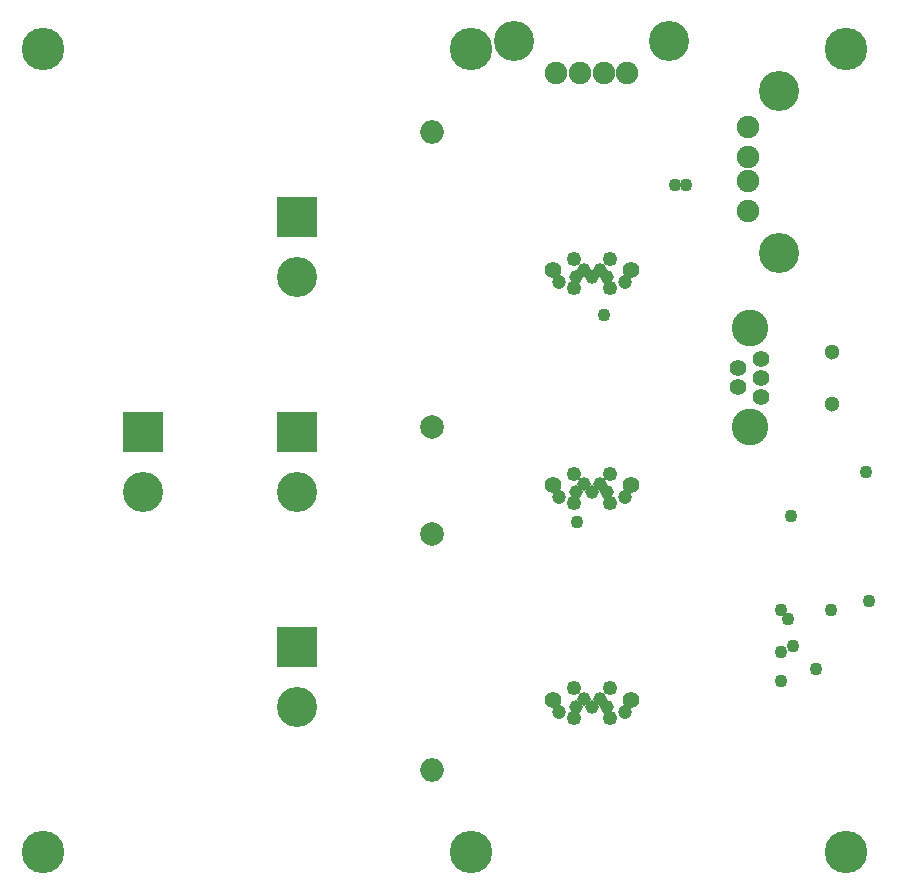
<source format=gbr>
G04 #@! TF.FileFunction,Soldermask,Bot*
%FSLAX46Y46*%
G04 Gerber Fmt 4.6, Leading zero omitted, Abs format (unit mm)*
G04 Created by KiCad (PCBNEW 4.0.5) date 05/10/17 19:10:08*
%MOMM*%
%LPD*%
G01*
G04 APERTURE LIST*
%ADD10C,0.100000*%
%ADD11C,3.600000*%
%ADD12R,3.400000X3.400000*%
%ADD13C,3.400000*%
%ADD14C,1.150000*%
%ADD15C,1.200000*%
%ADD16C,1.250000*%
%ADD17C,1.400000*%
%ADD18C,1.900000*%
%ADD19C,3.100000*%
%ADD20C,1.300000*%
%ADD21C,2.000000*%
%ADD22O,2.000000X2.000000*%
%ADD23C,1.085800*%
G04 APERTURE END LIST*
D10*
D11*
X42250000Y74000000D03*
X42250000Y6000000D03*
D12*
X14500000Y41580000D03*
D13*
X14500000Y36500000D03*
D12*
X27500000Y41580000D03*
D13*
X27500000Y36500000D03*
D12*
X27500000Y59780000D03*
D13*
X27500000Y54700000D03*
D12*
X27500000Y23380000D03*
D13*
X27500000Y18300000D03*
D14*
X52500000Y18300000D03*
X51850000Y18950000D03*
X51200000Y18300000D03*
X53150000Y18950000D03*
X53800000Y18300000D03*
D15*
X55300000Y17880000D03*
X49700000Y17880000D03*
D16*
X51000000Y19880000D03*
X54000000Y19880000D03*
X54000000Y17380000D03*
X51000000Y17380000D03*
D17*
X49175000Y18920000D03*
X55825000Y18920000D03*
D14*
X52500000Y36500000D03*
X51850000Y37150000D03*
X51200000Y36500000D03*
X53150000Y37150000D03*
X53800000Y36500000D03*
D15*
X55300000Y36080000D03*
X49700000Y36080000D03*
D16*
X51000000Y38080000D03*
X54000000Y38080000D03*
X54000000Y35580000D03*
X51000000Y35580000D03*
D17*
X49175000Y37120000D03*
X55825000Y37120000D03*
D14*
X52500000Y54700000D03*
X51850000Y55350000D03*
X51200000Y54700000D03*
X53150000Y55350000D03*
X53800000Y54700000D03*
D15*
X55300000Y54280000D03*
X49700000Y54280000D03*
D16*
X51000000Y56280000D03*
X54000000Y56280000D03*
X54000000Y53780000D03*
X51000000Y53780000D03*
D17*
X49175000Y55320000D03*
X55825000Y55320000D03*
D18*
X51500000Y72000000D03*
X53500000Y72000000D03*
X55500000Y72000000D03*
X49500000Y72000000D03*
D13*
X45930000Y74710000D03*
X59070000Y74710000D03*
D17*
X66800000Y46200000D03*
X66800000Y47800000D03*
X66800000Y44600000D03*
X64900000Y45400000D03*
X64900000Y47000000D03*
D19*
X65900000Y50400000D03*
X65900000Y42000000D03*
D18*
X65700000Y67440000D03*
X65700000Y64900000D03*
X65700000Y62870000D03*
X65700000Y60330000D03*
D13*
X68370000Y70490000D03*
X68370000Y56770000D03*
D20*
X72800000Y44000000D03*
X72800000Y48400000D03*
D21*
X39000000Y42000000D03*
D22*
X39000000Y67000000D03*
D21*
X39000000Y33000000D03*
D22*
X39000000Y13000000D03*
D11*
X6000000Y74000000D03*
X74000000Y74000000D03*
X74000000Y6000000D03*
X6000000Y6000000D03*
D23*
X76000000Y27250000D03*
X69144398Y25800000D03*
X71500000Y21500000D03*
X69500000Y23500000D03*
X72749310Y26538773D03*
X68500000Y26500000D03*
X68500000Y20500000D03*
X68500000Y23000000D03*
X75750000Y38250000D03*
X69400000Y34500000D03*
X53500000Y51500000D03*
X51226362Y34002186D03*
X60500000Y62500000D03*
X59500000Y62500000D03*
M02*

</source>
